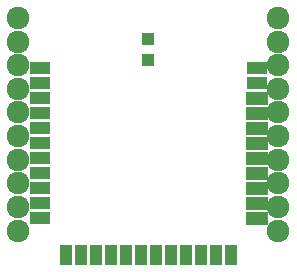
<source format=gbs>
%FSLAX34Y34*%
G04 Gerber Fmt 3.4, Leading zero omitted, Abs format*
G04 (created by PCBNEW (2013-12-14 BZR 4555)-product) date Tue 24 Dec 2013 01:38:29 EST*
%MOIN*%
G01*
G70*
G90*
G04 APERTURE LIST*
%ADD10C,0.005906*%
%ADD11R,0.043307X0.070866*%
%ADD12R,0.070866X0.043307*%
%ADD13R,0.043307X0.043307*%
%ADD14C,0.075748*%
G04 APERTURE END LIST*
G54D10*
G54D11*
X-2750Y-7899D03*
X-2250Y-7899D03*
G54D12*
X3622Y-1685D03*
G54D10*
G36*
X3976Y-6468D02*
X3976Y-6901D01*
X3267Y-6901D01*
X3267Y-6468D01*
X3976Y-6468D01*
X3976Y-6468D01*
G37*
G54D12*
X3622Y-2185D03*
G54D10*
G36*
X3976Y-2468D02*
X3976Y-2901D01*
X3267Y-2901D01*
X3267Y-2468D01*
X3976Y-2468D01*
X3976Y-2468D01*
G37*
G36*
X3976Y-2968D02*
X3976Y-3401D01*
X3267Y-3401D01*
X3267Y-2968D01*
X3976Y-2968D01*
X3976Y-2968D01*
G37*
G36*
X3976Y-3468D02*
X3976Y-3901D01*
X3267Y-3901D01*
X3267Y-3468D01*
X3976Y-3468D01*
X3976Y-3468D01*
G37*
G36*
X3976Y-3968D02*
X3976Y-4401D01*
X3267Y-4401D01*
X3267Y-3968D01*
X3976Y-3968D01*
X3976Y-3968D01*
G37*
G36*
X3976Y-4468D02*
X3976Y-4901D01*
X3267Y-4901D01*
X3267Y-4468D01*
X3976Y-4468D01*
X3976Y-4468D01*
G37*
G36*
X3976Y-4968D02*
X3976Y-5401D01*
X3267Y-5401D01*
X3267Y-4968D01*
X3976Y-4968D01*
X3976Y-4968D01*
G37*
G36*
X3976Y-5468D02*
X3976Y-5901D01*
X3267Y-5901D01*
X3267Y-5468D01*
X3976Y-5468D01*
X3976Y-5468D01*
G37*
G36*
X3976Y-5968D02*
X3976Y-6401D01*
X3267Y-6401D01*
X3267Y-5968D01*
X3976Y-5968D01*
X3976Y-5968D01*
G37*
G54D11*
X2750Y-7899D03*
X2250Y-7899D03*
X1750Y-7899D03*
X1250Y-7899D03*
X750Y-7899D03*
X250Y-7899D03*
X-250Y-7899D03*
X-750Y-7899D03*
X-1250Y-7899D03*
X-1750Y-7899D03*
G54D12*
X-3622Y-1685D03*
X-3622Y-6685D03*
X-3622Y-6185D03*
X-3622Y-5685D03*
X-3622Y-5185D03*
X-3622Y-4685D03*
X-3622Y-4185D03*
X-3622Y-3685D03*
X-3622Y-3185D03*
X-3622Y-2685D03*
X-3622Y-2185D03*
G54D13*
X0Y-1417D03*
X-3Y-708D03*
G54D14*
X4331Y0D03*
X4331Y-3150D03*
X4331Y-4724D03*
X4331Y-3937D03*
X4331Y-1575D03*
X4331Y-2362D03*
X4331Y-787D03*
X4331Y-6299D03*
X4331Y-7087D03*
X4331Y-5512D03*
X-4331Y-5512D03*
X-4331Y-7087D03*
X-4331Y-6299D03*
X-4331Y-787D03*
X-4331Y-2362D03*
X-4331Y-1575D03*
X-4331Y-3937D03*
X-4331Y-4724D03*
X-4331Y-3150D03*
X-4331Y0D03*
M02*

</source>
